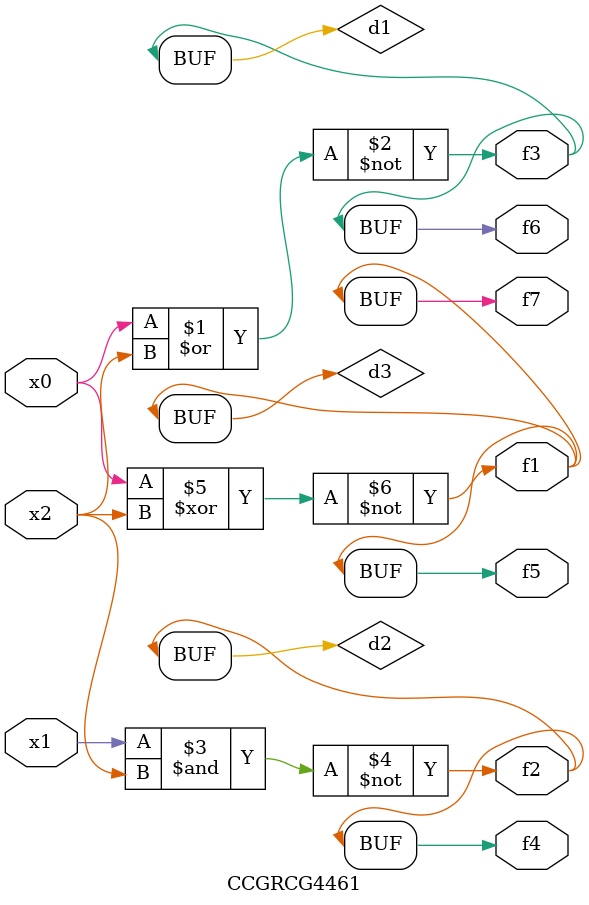
<source format=v>
module CCGRCG4461(
	input x0, x1, x2,
	output f1, f2, f3, f4, f5, f6, f7
);

	wire d1, d2, d3;

	nor (d1, x0, x2);
	nand (d2, x1, x2);
	xnor (d3, x0, x2);
	assign f1 = d3;
	assign f2 = d2;
	assign f3 = d1;
	assign f4 = d2;
	assign f5 = d3;
	assign f6 = d1;
	assign f7 = d3;
endmodule

</source>
